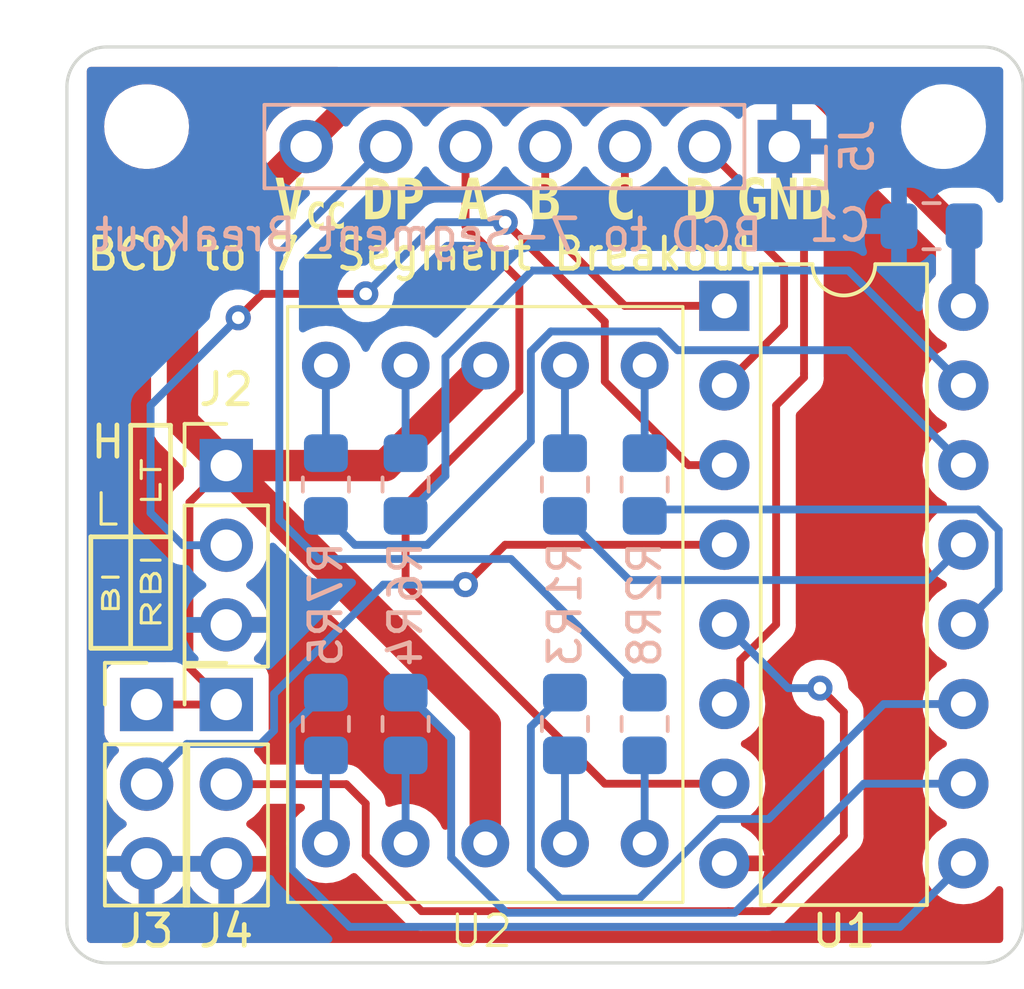
<source format=kicad_pcb>
(kicad_pcb (version 20221018) (generator pcbnew)
  (layers (0 "F.Cu" signal) (31 "B.Cu" signal) (34 "B.Paste" user) (35 "F.Paste" user) (36 "B.SilkS" user "B.Silkscreen") (37 "F.SilkS" user "F.Silkscreen") (38 "B.Mask" user) (39 "F.Mask" user) (44 "Edge.Cuts" user))
  (net 0 "")
  (net 1 "GND")
  (net 2 "Net-(J5-Pin_6)")
  (net 3 "Net-(U2-DP)")
  (net 4 "Net-(J5-Pin_4)")
  (net 5 "Net-(J5-Pin_3)")
  (net 6 "VCC")
  (net 7 "Net-(J2-Pin_2)")
  (net 8 "Net-(J3-Pin_2)")
  (net 9 "Net-(J4-Pin_2)")
  (net 10 "Net-(U1-a)")
  (net 11 "Net-(U2-A)")
  (net 12 "Net-(U1-b)")
  (net 13 "Net-(U2-B)")
  (net 14 "Net-(U1-c)")
  (net 15 "Net-(U2-C)")
  (net 16 "Net-(U1-d)")
  (net 17 "Net-(U2-D)")
  (net 18 "Net-(U1-e)")
  (net 19 "Net-(U2-E)")
  (net 20 "Net-(U1-f)")
  (net 21 "Net-(U2-F)")
  (net 22 "Net-(U1-g)")
  (net 23 "Net-(U2-G)")
  (net 24 "Net-(J5-Pin_2)")
  (net 25 "Net-(J5-Pin_5)")
  (footprint "Package_DIP:DIP-16_W7.62mm" (layer "F.Cu") (at 146.685 82.55)
    (fp_text reference "U1" (at 3.81 19.939) (layer "F.SilkS"))
    (fp_text value "74LS47")
    (fp_line (start 1.16 -1.33) (end 1.16 19.11) (stroke (width 0.12)) (layer "F.SilkS"))
    (fp_line (start 1.16 19.11) (end 6.46 19.11) (stroke (width 0.12)) (layer "F.SilkS"))
    (fp_line (start 2.81 -1.33) (end 1.16 -1.33) (stroke (width 0.12)) (layer "F.SilkS"))
    (fp_line (start 6.46 -1.33) (end 4.81 -1.33) (stroke (width 0.12)) (layer "F.SilkS"))
    (fp_line (start 6.46 19.11) (end 6.46 -1.33) (stroke (width 0.12)) (layer "F.SilkS"))
    (fp_arc (start 4.81 -1.33) (mid 3.81 -0.33) (end 2.81 -1.33) (stroke (width 0.12)) (layer "F.SilkS"))
    (pad "1" thru_hole rect (at 0 0) (size 1.6 1.6) (drill 0.8) (layers "*.Cu" "*.Mask") (net 4 "Net-(J5-Pin_4)"))
    (pad "2" thru_hole oval (at 0 2.54) (size 1.6 1.6) (drill 0.8) (layers "*.Cu" "*.Mask") (net 5 "Net-(J5-Pin_3)"))
    (pad "3" thru_hole oval (at 0 5.08) (size 1.6 1.6) (drill 0.8) (layers "*.Cu" "*.Mask") (net 7 "Net-(J2-Pin_2)"))
    (pad "4" thru_hole oval (at 0 7.62) (size 1.6 1.6) (drill 0.8) (layers "*.Cu" "*.Mask") (net 8 "Net-(J3-Pin_2)"))
    (pad "5" thru_hole oval (at 0 10.16) (size 1.6 1.6) (drill 0.8) (layers "*.Cu" "*.Mask") (net 9 "Net-(J4-Pin_2)"))
    (pad "6" thru_hole oval (at 0 12.7) (size 1.6 1.6) (drill 0.8) (layers "*.Cu" "*.Mask") (net 24 "Net-(J5-Pin_2)"))
    (pad "7" thru_hole oval (at 0 15.24) (size 1.6 1.6) (drill 0.8) (layers "*.Cu" "*.Mask") (net 25 "Net-(J5-Pin_5)"))
    (pad "8" thru_hole oval (at 0 17.78) (size 1.6 1.6) (drill 0.8) (layers "*.Cu" "*.Mask") (net 1 "GND"))
    (pad "9" thru_hole oval (at 7.62 17.78) (size 1.6 1.6) (drill 0.8) (layers "*.Cu" "*.Mask") (net 18 "Net-(U1-e)"))
    (pad "10" thru_hole oval (at 7.62 15.24) (size 1.6 1.6) (drill 0.8) (layers "*.Cu" "*.Mask") (net 16 "Net-(U1-d)"))
    (pad "11" thru_hole oval (at 7.62 12.7) (size 1.6 1.6) (drill 0.8) (layers "*.Cu" "*.Mask") (net 14 "Net-(U1-c)"))
    (pad "12" thru_hole oval (at 7.62 10.16) (size 1.6 1.6) (drill 0.8) (layers "*.Cu" "*.Mask") (net 12 "Net-(U1-b)"))
    (pad "13" thru_hole oval (at 7.62 7.62) (size 1.6 1.6) (drill 0.8) (layers "*.Cu" "*.Mask") (net 10 "Net-(U1-a)"))
    (pad "14" thru_hole oval (at 7.62 5.08) (size 1.6 1.6) (drill 0.8) (layers "*.Cu" "*.Mask") (net 22 "Net-(U1-g)"))
    (pad "15" thru_hole oval (at 7.62 2.54) (size 1.6 1.6) (drill 0.8) (layers "*.Cu" "*.Mask") (net 20 "Net-(U1-f)"))
    (pad "16" thru_hole oval (at 7.62 0) (size 1.6 1.6) (drill 0.8) (layers "*.Cu" "*.Mask") (net 6 "VCC"))
  )
  (footprint "MountingHole:MountingHole_2.2mm_M2" (layer "F.Cu") (at 153.67 76.835)
    (fp_text reference "H2" hide)
    (fp_text value "MountingHole" hide)
    (pad "" np_thru_hole circle (at 0 0) (size 2.2 2.2) (drill 2.2) (layers "*.Cu" "*.Mask"))
  )
  (footprint "MountingHole:MountingHole_2.2mm_M2" (layer "F.Cu") (at 128.27 76.835)
    (fp_text reference "H1" hide)
    (fp_text value "MountingHole" hide)
    (pad "" np_thru_hole circle (at 0 0) (size 2.2 2.2) (drill 2.2) (layers "*.Cu" "*.Mask"))
  )
  (footprint "Connector_PinHeader_2.54mm:PinHeader_1x03_P2.54mm_Vertical" (layer "F.Cu") (at 130.81 95.265)
    (fp_text reference "J4" (at 0 7.224) (layer "F.SilkS"))
    (fp_text value "Conn_01x03")
    (fp_line (start -1.33 -1.33) (end 0 -1.33) (stroke (width 0.12)) (layer "F.SilkS"))
    (fp_line (start -1.33 0) (end -1.33 -1.33) (stroke (width 0.12)) (layer "F.SilkS"))
    (fp_line (start -1.33 1.27) (end -1.33 6.41) (stroke (width 0.12)) (layer "F.SilkS"))
    (fp_line (start -1.33 1.27) (end 1.33 1.27) (stroke (width 0.12)) (layer "F.SilkS"))
    (fp_line (start -1.33 6.41) (end 1.33 6.41) (stroke (width 0.12)) (layer "F.SilkS"))
    (fp_line (start 1.33 1.27) (end 1.33 6.41) (stroke (width 0.12)) (layer "F.SilkS"))
    (pad "1" thru_hole rect (at 0 0) (size 1.7 1.7) (drill 1) (layers "*.Cu" "*.Mask") (net 6 "VCC"))
    (pad "2" thru_hole oval (at 0 2.54) (size 1.7 1.7) (drill 1) (layers "*.Cu" "*.Mask") (net 9 "Net-(J4-Pin_2)"))
    (pad "3" thru_hole oval (at 0 5.08) (size 1.7 1.7) (drill 1) (layers "*.Cu" "*.Mask") (net 1 "GND"))
  )
  (footprint "Connector_PinHeader_2.54mm:PinHeader_1x03_P2.54mm_Vertical" (layer "F.Cu") (at 128.27 95.265)
    (fp_text reference "J3" (at 0 7.224) (layer "F.SilkS"))
    (fp_text value "Conn_01x03")
    (fp_line (start -1.33 -1.33) (end 0 -1.33) (stroke (width 0.12)) (layer "F.SilkS"))
    (fp_line (start -1.33 0) (end -1.33 -1.33) (stroke (width 0.12)) (layer "F.SilkS"))
    (fp_line (start -1.33 1.27) (end -1.33 6.41) (stroke (width 0.12)) (layer "F.SilkS"))
    (fp_line (start -1.33 1.27) (end 1.33 1.27) (stroke (width 0.12)) (layer "F.SilkS"))
    (fp_line (start -1.33 6.41) (end 1.33 6.41) (stroke (width 0.12)) (layer "F.SilkS"))
    (fp_line (start 1.33 1.27) (end 1.33 6.41) (stroke (width 0.12)) (layer "F.SilkS"))
    (pad "1" thru_hole rect (at 0 0) (size 1.7 1.7) (drill 1) (layers "*.Cu" "*.Mask") (net 6 "VCC"))
    (pad "2" thru_hole oval (at 0 2.54) (size 1.7 1.7) (drill 1) (layers "*.Cu" "*.Mask") (net 8 "Net-(J3-Pin_2)"))
    (pad "3" thru_hole oval (at 0 5.08) (size 1.7 1.7) (drill 1) (layers "*.Cu" "*.Mask") (net 1 "GND"))
  )
  (footprint "Library:5161BH_CA_LED_7-Segment_Display" (layer "F.Cu") (at 139.065 92.075)
    (fp_text reference "U2" (at -0.127 10.414 unlocked) (layer "F.SilkS") (effects (font (thickness 0.1))))
    (fp_text value "5161BH")
    (fp_rect (start -6.3 -9.5) (end 6.3 9.5) (stroke (width 0.1)) (fill none) (layer "F.SilkS"))
    (pad "1" thru_hole circle (at -5.08 7.62) (size 1.524 1.524) (drill 0.762) (layers "*.Cu" "*.Mask") (net 19 "Net-(U2-E)"))
    (pad "2" thru_hole circle (at -2.54 7.62) (size 1.524 1.524) (drill 0.762) (layers "*.Cu" "*.Mask") (net 17 "Net-(U2-D)"))
    (pad "3" thru_hole circle (at 0 7.62) (size 1.524 1.524) (drill 0.762) (layers "*.Cu" "*.Mask") (net 6 "VCC"))
    (pad "4" thru_hole circle (at 2.54 7.62) (size 1.524 1.524) (drill 0.762) (layers "*.Cu" "*.Mask") (net 15 "Net-(U2-C)"))
    (pad "5" thru_hole circle (at 5.08 7.62) (size 1.524 1.524) (drill 0.762) (layers "*.Cu" "*.Mask") (net 3 "Net-(U2-DP)"))
    (pad "6" thru_hole circle (at 5.08 -7.62) (size 1.524 1.524) (drill 0.762) (layers "*.Cu" "*.Mask") (net 13 "Net-(U2-B)"))
    (pad "7" thru_hole circle (at 2.54 -7.62) (size 1.524 1.524) (drill 0.762) (layers "*.Cu" "*.Mask") (net 11 "Net-(U2-A)"))
    (pad "8" thru_hole circle (at 0 -7.62) (size 1.524 1.524) (drill 0.762) (layers "*.Cu" "*.Mask") (net 6 "VCC"))
    (pad "9" thru_hole circle (at -2.54 -7.62) (size 1.524 1.524) (drill 0.762) (layers "*.Cu" "*.Mask") (net 21 "Net-(U2-F)"))
    (pad "10" thru_hole circle (at -5.08 -7.62) (size 1.524 1.524) (drill 0.762) (layers "*.Cu" "*.Mask") (net 23 "Net-(U2-G)"))
  )
  (footprint "Connector_PinHeader_2.54mm:PinHeader_1x03_P2.54mm_Vertical" (layer "F.Cu") (at 130.81 87.645)
    (fp_text reference "J2" (at 0 -2.428) (layer "F.SilkS"))
    (fp_text value "Conn_01x03")
    (fp_line (start -1.33 -1.33) (end 0 -1.33) (stroke (width 0.12)) (layer "F.SilkS"))
    (fp_line (start -1.33 0) (end -1.33 -1.33) (stroke (width 0.12)) (layer "F.SilkS"))
    (fp_line (start -1.33 1.27) (end -1.33 6.41) (stroke (width 0.12)) (layer "F.SilkS"))
    (fp_line (start -1.33 1.27) (end 1.33 1.27) (stroke (width 0.12)) (layer "F.SilkS"))
    (fp_line (start -1.33 6.41) (end 1.33 6.41) (stroke (width 0.12)) (layer "F.SilkS"))
    (fp_line (start 1.33 1.27) (end 1.33 6.41) (stroke (width 0.12)) (layer "F.SilkS"))
    (pad "1" thru_hole rect (at 0 0) (size 1.7 1.7) (drill 1) (layers "*.Cu" "*.Mask") (net 6 "VCC"))
    (pad "2" thru_hole oval (at 0 2.54) (size 1.7 1.7) (drill 1) (layers "*.Cu" "*.Mask") (net 7 "Net-(J2-Pin_2)"))
    (pad "3" thru_hole oval (at 0 5.08) (size 1.7 1.7) (drill 1) (layers "*.Cu" "*.Mask") (net 1 "GND"))
  )
  (footprint "Connector_PinHeader_2.54mm:PinHeader_1x07_P2.54mm_Vertical" (layer "B.Cu") (at 148.595 77.47 90)
    (fp_text reference "J5" (at 0 2.33 90) (layer "B.SilkS") (effects (justify mirror)))
    (fp_text value "Conn_01x07")
    (fp_line (start -1.33 -16.57) (end 1.33 -16.57) (stroke (width 0.12)) (layer "B.SilkS"))
    (fp_line (start -1.33 -1.27) (end -1.33 -16.57) (stroke (width 0.12)) (layer "B.SilkS"))
    (fp_line (start -1.33 -1.27) (end 1.33 -1.27) (stroke (width 0.12)) (layer "B.SilkS"))
    (fp_line (start -1.33 0) (end -1.33 1.33) (stroke (width 0.12)) (layer "B.SilkS"))
    (fp_line (start -1.33 1.33) (end 0 1.33) (stroke (width 0.12)) (layer "B.SilkS"))
    (fp_line (start 1.33 -1.27) (end 1.33 -16.57) (stroke (width 0.12)) (layer "B.SilkS"))
    (pad "1" thru_hole rect (at 0 0 90) (size 1.7 1.7) (drill 1) (layers "*.Cu" "*.Mask") (net 1 "GND"))
    (pad "2" thru_hole oval (at 0 -2.54 90) (size 1.7 1.7) (drill 1) (layers "*.Cu" "*.Mask") (net 24 "Net-(J5-Pin_2)"))
    (pad "3" thru_hole oval (at 0 -5.08 90) (size 1.7 1.7) (drill 1) (layers "*.Cu" "*.Mask") (net 5 "Net-(J5-Pin_3)"))
    (pad "4" thru_hole oval (at 0 -7.62 90) (size 1.7 1.7) (drill 1) (layers "*.Cu" "*.Mask") (net 4 "Net-(J5-Pin_4)"))
    (pad "5" thru_hole oval (at 0 -10.16 90) (size 1.7 1.7) (drill 1) (layers "*.Cu" "*.Mask") (net 25 "Net-(J5-Pin_5)"))
    (pad "6" thru_hole oval (at 0 -12.7 90) (size 1.7 1.7) (drill 1) (layers "*.Cu" "*.Mask") (net 2 "Net-(J5-Pin_6)"))
    (pad "7" thru_hole oval (at 0 -15.24 90) (size 1.7 1.7) (drill 1) (layers "*.Cu" "*.Mask") (net 6 "VCC"))
  )
  (footprint "Resistor_SMD:R_0805_2012Metric_Pad1.20x1.40mm_HandSolder" (layer "B.Cu") (at 144.145 95.885 -90)
    (fp_text reference "R8" (at -2.794 0 90) (layer "B.SilkS") (effects (justify mirror)))
    (fp_text value "470")
    (fp_line (start -0.227064 -0.735) (end 0.227064 -0.735) (stroke (width 0.12)) (layer "B.SilkS"))
    (fp_line (start -0.227064 0.735) (end 0.227064 0.735) (stroke (width 0.12)) (layer "B.SilkS"))
    (pad "1" smd roundrect (at -1 0 270) (size 1.2 1.4) (layers "B.Cu" "B.Paste" "B.Mask") (roundrect_rratio 0.2083333333) (net 2 "Net-(J5-Pin_6)"))
    (pad "2" smd roundrect (at 1 0 270) (size 1.2 1.4) (layers "B.Cu" "B.Paste" "B.Mask") (roundrect_rratio 0.2083333333) (net 3 "Net-(U2-DP)"))
  )
  (footprint "Resistor_SMD:R_0805_2012Metric_Pad1.20x1.40mm_HandSolder" (layer "B.Cu") (at 136.525 95.885 -90)
    (fp_text reference "R4" (at -2.81 0 90) (layer "B.SilkS") (effects (justify mirror)))
    (fp_text value "470")
    (fp_line (start -0.227064 -0.735) (end 0.227064 -0.735) (stroke (width 0.12)) (layer "B.SilkS"))
    (fp_line (start -0.227064 0.735) (end 0.227064 0.735) (stroke (width 0.12)) (layer "B.SilkS"))
    (pad "1" smd roundrect (at -1 0 270) (size 1.2 1.4) (layers "B.Cu" "B.Paste" "B.Mask") (roundrect_rratio 0.2083333333) (net 16 "Net-(U1-d)"))
    (pad "2" smd roundrect (at 1 0 270) (size 1.2 1.4) (layers "B.Cu" "B.Paste" "B.Mask") (roundrect_rratio 0.2083333333) (net 17 "Net-(U2-D)"))
  )
  (footprint "Capacitor_SMD:C_0805_2012Metric_Pad1.18x1.45mm_HandSolder" (layer "B.Cu") (at 153.289 80.01 180)
    (fp_text reference "C1" (at 2.921 0.0254) (layer "B.SilkS") (effects (justify mirror)))
    (fp_text value "100n")
    (fp_line (start -0.261252 -0.735) (end 0.261252 -0.735) (stroke (width 0.12)) (layer "B.SilkS"))
    (fp_line (start -0.261252 0.735) (end 0.261252 0.735) (stroke (width 0.12)) (layer "B.SilkS"))
    (pad "1" smd roundrect (at -1.0375 0 180) (size 1.175 1.45) (layers "B.Cu" "B.Paste" "B.Mask") (roundrect_rratio 0.2127659574) (net 6 "VCC"))
    (pad "2" smd roundrect (at 1.0375 0 180) (size 1.175 1.45) (layers "B.Cu" "B.Paste" "B.Mask") (roundrect_rratio 0.2127659574) (net 1 "GND"))
  )
  (footprint "Resistor_SMD:R_0805_2012Metric_Pad1.20x1.40mm_HandSolder" (layer "B.Cu") (at 136.525 88.249 90)
    (fp_text reference "R6" (at -2.81 0 90) (layer "B.SilkS") (effects (justify mirror)))
    (fp_text value "470")
    (fp_line (start -0.227064 -0.735) (end 0.227064 -0.735) (stroke (width 0.12)) (layer "B.SilkS"))
    (fp_line (start -0.227064 0.735) (end 0.227064 0.735) (stroke (width 0.12)) (layer "B.SilkS"))
    (pad "1" smd roundrect (at -1 0 90) (size 1.2 1.4) (layers "B.Cu" "B.Paste" "B.Mask") (roundrect_rratio 0.2083333333) (net 20 "Net-(U1-f)"))
    (pad "2" smd roundrect (at 1 0 90) (size 1.2 1.4) (layers "B.Cu" "B.Paste" "B.Mask") (roundrect_rratio 0.2083333333) (net 21 "Net-(U2-F)"))
  )
  (footprint "Resistor_SMD:R_0805_2012Metric_Pad1.20x1.40mm_HandSolder" (layer "B.Cu") (at 141.605 88.249 90)
    (fp_text reference "R1" (at -2.81 0 90) (layer "B.SilkS") (effects (justify mirror)))
    (fp_text value "470")
    (fp_line (start -0.227064 -0.735) (end 0.227064 -0.735) (stroke (width 0.12)) (layer "B.SilkS"))
    (fp_line (start -0.227064 0.735) (end 0.227064 0.735) (stroke (width 0.12)) (layer "B.SilkS"))
    (pad "1" smd roundrect (at -1 0 90) (size 1.2 1.4) (layers "B.Cu" "B.Paste" "B.Mask") (roundrect_rratio 0.2083333333) (net 10 "Net-(U1-a)"))
    (pad "2" smd roundrect (at 1 0 90) (size 1.2 1.4) (layers "B.Cu" "B.Paste" "B.Mask") (roundrect_rratio 0.2083333333) (net 11 "Net-(U2-A)"))
  )
  (footprint "Resistor_SMD:R_0805_2012Metric_Pad1.20x1.40mm_HandSolder" (layer "B.Cu") (at 141.605 95.885 -90)
    (fp_text reference "R3" (at -2.81 0 90) (layer "B.SilkS") (effects (justify mirror)))
    (fp_text value "470")
    (fp_line (start -0.227064 -0.735) (end 0.227064 -0.735) (stroke (width 0.12)) (layer "B.SilkS"))
    (fp_line (start -0.227064 0.735) (end 0.227064 0.735) (stroke (width 0.12)) (layer "B.SilkS"))
    (pad "1" smd roundrect (at -1 0 270) (size 1.2 1.4) (layers "B.Cu" "B.Paste" "B.Mask") (roundrect_rratio 0.2083333333) (net 14 "Net-(U1-c)"))
    (pad "2" smd roundrect (at 1 0 270) (size 1.2 1.4) (layers "B.Cu" "B.Paste" "B.Mask") (roundrect_rratio 0.2083333333) (net 15 "Net-(U2-C)"))
  )
  (footprint "Resistor_SMD:R_0805_2012Metric_Pad1.20x1.40mm_HandSolder" (layer "B.Cu") (at 133.985 95.885 -90)
    (fp_text reference "R5" (at -2.81 0 90) (layer "B.SilkS") (effects (justify mirror)))
    (fp_text value "470")
    (fp_line (start -0.227064 -0.735) (end 0.227064 -0.735) (stroke (width 0.12)) (layer "B.SilkS"))
    (fp_line (start -0.227064 0.735) (end 0.227064 0.735) (stroke (width 0.12)) (layer "B.SilkS"))
    (pad "1" smd roundrect (at -1 0 270) (size 1.2 1.4) (layers "B.Cu" "B.Paste" "B.Mask") (roundrect_rratio 0.2083333333) (net 18 "Net-(U1-e)"))
    (pad "2" smd roundrect (at 1 0 270) (size 1.2 1.4) (layers "B.Cu" "B.Paste" "B.Mask") (roundrect_rratio 0.2083333333) (net 19 "Net-(U2-E)"))
  )
  (footprint "Resistor_SMD:R_0805_2012Metric_Pad1.20x1.40mm_HandSolder" (layer "B.Cu") (at 133.985 88.249 90)
    (fp_text reference "R7" (at -2.81 0 90) (layer "B.SilkS") (effects (justify mirror)))
    (fp_text value "470")
    (fp_line (start -0.227064 -0.735) (end 0.227064 -0.735) (stroke (width 0.12)) (layer "B.SilkS"))
    (fp_line (start -0.227064 0.735) (end 0.227064 0.735) (stroke (width 0.12)) (layer "B.SilkS"))
    (pad "1" smd roundrect (at -1 0 90) (size 1.2 1.4) (layers "B.Cu" "B.Paste" "B.Mask") (roundrect_rratio 0.2083333333) (net 22 "Net-(U1-g)"))
    (pad "2" smd roundrect (at 1 0 90) (size 1.2 1.4) (layers "B.Cu" "B.Paste" "B.Mask") (roundrect_rratio 0.2083333333) (net 23 "Net-(U2-G)"))
  )
  (footprint "Resistor_SMD:R_0805_2012Metric_Pad1.20x1.40mm_HandSolder" (layer "B.Cu") (at 144.145 88.249 90)
    (fp_text reference "R2" (at -2.81 0 90) (layer "B.SilkS") (effects (justify mirror)))
    (fp_text value "470")
    (fp_line (start -0.227064 -0.735) (end 0.227064 -0.735) (stroke (width 0.12)) (layer "B.SilkS"))
    (fp_line (start -0.227064 0.735) (end 0.227064 0.735) (stroke (width 0.12)) (layer "B.SilkS"))
    (pad "1" smd roundrect (at -1 0 90) (size 1.2 1.4) (layers "B.Cu" "B.Paste" "B.Mask") (roundrect_rratio 0.2083333333) (net 12 "Net-(U1-b)"))
    (pad "2" smd roundrect (at 1 0 90) (size 1.2 1.4) (layers "B.Cu" "B.Paste" "B.Mask") (roundrect_rratio 0.2083333333) (net 13 "Net-(U2-B)"))
  )
  (gr_line (start 127.762 93.472) (end 127.762 86.36) (stroke (width 0.15)) (layer "F.SilkS"))
  (gr_line (start 126.492 89.916) (end 126.492 93.472) (stroke (width 0.15)) (layer "F.SilkS"))
  (gr_line (start 126.492 93.472) (end 129.032 93.472) (stroke (width 0.15)) (layer "F.SilkS"))
  (gr_line (start 129.032 89.916) (end 126.492 89.916) (stroke (width 0.15)) (layer "F.SilkS"))
  (gr_line (start 127.762 86.36) (end 129.032 86.36) (stroke (width 0.15)) (layer "F.SilkS"))
  (gr_line (start 129.032 86.36) (end 129.032 93.472) (stroke (width 0.15)) (layer "F.SilkS"))
  (gr_arc (start 154.94 74.295) (mid 155.838026 74.666974) (end 156.21 75.565) (stroke (width 0.1)) (layer "Edge.Cuts"))
  (gr_line (start 125.73 75.565) (end 125.73 102.235) (stroke (width 0.1)) (layer "Edge.Cuts"))
  (gr_line (start 127 103.505) (end 154.94 103.505) (stroke (width 0.1)) (layer "Edge.Cuts"))
  (gr_line (start 156.21 102.235) (end 156.21 75.565) (stroke (width 0.1)) (layer "Edge.Cuts"))
  (gr_arc (start 156.21 102.235) (mid 155.838026 103.133026) (end 154.94 103.505) (stroke (width 0.1)) (layer "Edge.Cuts"))
  (gr_line (start 154.94 74.295) (end 127 74.295) (stroke (width 0.1)) (layer "Edge.Cuts"))
  (gr_arc (start 127 103.505) (mid 126.101974 103.133026) (end 125.73 102.235) (stroke (width 0.1)) (layer "Edge.Cuts"))
  (gr_arc (start 125.73 75.565) (mid 126.101974 74.666974) (end 127 74.295) (stroke (width 0.1)) (layer "Edge.Cuts"))
  (gr_text "BCD to 7-Segment Breakout" (at 147.9804 80.8736) (layer "B.SilkS") (effects (font (size 1 0.97)) (justify left bottom mirror)))
  (gr_text "BCD to 7-Segment Breakout" (at 126.2888 81.4832) (layer "F.SilkS") (effects (font (size 1 0.97)) (justify left bottom)))
  (gr_text "RBI" (at 128.778 92.964 90) (layer "F.SilkS") (effects (font (size 0.6 1) (thickness 0.1)) (justify left bottom)))
  (gr_text "D" (at 145.415 80.01) (layer "F.SilkS") (effects (font (size 1.3 1.2) (thickness 0.25) bold) (justify left bottom)))
  (gr_text "A" (at 138.176 80.01) (layer "F.SilkS") (effects (font (size 1.3 1.2) (thickness 0.25) bold) (justify left bottom)))
  (gr_text "V_{CC}" (at 132.334 80.01) (layer "F.SilkS") (effects (font (size 1.3 1.2) (thickness 0.25) bold) (justify left bottom)))
  (gr_text "H" (at 126.4158 87.4776) (layer "F.SilkS") (effects (font (size 1 1)) (justify left bottom)))
  (gr_text "L" (at 126.5174 89.6366) (layer "F.SilkS") (effects (font (size 1 1) (thickness 0.1)) (justify left bottom)))
  (gr_text "LT" (at 128.778 89.027 90) (layer "F.SilkS") (effects (font (size 0.6 1) (thickness 0.1)) (justify left bottom)))
  (gr_text "BI" (at 127.4318 92.5068 90) (layer "F.SilkS") (effects (font (size 0.5 1) (thickness 0.1) bold) (justify left bottom)))
  (gr_text "GND" (at 147.066 80.01) (layer "F.SilkS") (effects (font (size 1.3 1.2) (thickness 0.25) bold) (justify left bottom)))
  (gr_text "B" (at 140.462 80.01) (layer "F.SilkS") (effects (font (size 1.3 1.2) (thickness 0.25) bold) (justify left bottom)))
  (gr_text "DP" (at 135.128 80.01) (layer "F.SilkS") (effects (font (size 1.3 1.2) (thickness 0.25) bold) (justify left bottom)))
  (gr_text "C" (at 142.875 80.01) (layer "F.SilkS") (effects (font (size 1.3 1.2) (thickness 0.25) bold) (justify left bottom)))
  (segment (start 132.5 89.377173) (end 133.746827 90.624) (width 0.25) (layer "B.Cu") (net 2))
  (segment (start 133.746827 90.624) (end 139.884 90.624) (width 0.25) (layer "B.Cu") (net 2))
  (segment (start 132.5 80.865) (end 132.5 89.377173) (width 0.25) (layer "B.Cu") (net 2))
  (segment (start 144.145 94.885) (end 139.884 90.624) (width 0.25) (layer "B.Cu") (net 2))
  (segment (start 135.895 77.47) (end 132.5 80.865) (width 0.25) (layer "B.Cu") (net 2))
  (segment (start 144.145 96.885) (end 144.145 99.695) (width 0.25) (layer "B.Cu") (net 3))
  (segment (start 143.51 82.55) (end 140.975 80.015) (width 0.25) (layer "F.Cu") (net 4))
  (segment (start 143.51 82.55) (end 146.685 82.55) (width 0.25) (layer "F.Cu") (net 4))
  (segment (start 140.975 80.015) (end 140.975 77.47) (width 0.25) (layer "F.Cu") (net 4))
  (segment (start 148.59 81.28) (end 148.59 83.185) (width 0.25) (layer "F.Cu") (net 5))
  (segment (start 143.515 79.38) (end 143.515 77.47) (width 0.25) (layer "F.Cu") (net 5))
  (segment (start 144.78 80.645) (end 147.955 80.645) (width 0.25) (layer "F.Cu") (net 5))
  (segment (start 148.59 83.185) (end 146.685 85.09) (width 0.25) (layer "F.Cu") (net 5))
  (segment (start 147.955 80.645) (end 148.59 81.28) (width 0.25) (layer "F.Cu") (net 5))
  (segment (start 144.78 80.645) (end 143.515 79.38) (width 0.25) (layer "F.Cu") (net 5))
  (segment (start 129.413 81.412) (end 129.413 86.248) (width 1) (layer "F.Cu") (net 6))
  (segment (start 133.355 77.47) (end 129.413 81.412) (width 1) (layer "F.Cu") (net 6))
  (segment (start 139.065 95.9) (end 139.065 99.695) (width 1) (layer "F.Cu") (net 6))
  (segment (start 135.875 87.645) (end 130.81 87.645) (width 1) (layer "F.Cu") (net 6))
  (segment (start 135.387 75.438) (end 133.355 77.47) (width 0.75) (layer "F.Cu") (net 6))
  (segment (start 154.305 82.55) (end 154.305 80.33) (width 0.75) (layer "F.Cu") (net 6))
  (segment (start 154.305 80.33) (end 149.413 75.438) (width 0.75) (layer "F.Cu") (net 6))
  (segment (start 149.413 75.438) (end 135.387 75.438) (width 0.75) (layer "F.Cu") (net 6))
  (segment (start 129.635 88.82) (end 130.81 87.645) (width 0.25) (layer "F.Cu") (net 6))
  (segment (start 139.065 84.455) (end 135.875 87.645) (width 1) (layer "F.Cu") (net 6))
  (segment (start 129.635 94.09) (end 129.635 88.82) (width 0.25) (layer "F.Cu") (net 6))
  (segment (start 130.81 95.265) (end 129.635 94.09) (width 0.25) (layer "F.Cu") (net 6))
  (segment (start 130.81 95.265) (end 128.27 95.265) (width 0.25) (layer "F.Cu") (net 6))
  (segment (start 130.81 87.645) (end 139.065 95.9) (width 1) (layer "F.Cu") (net 6))
  (segment (start 129.413 86.248) (end 130.81 87.645) (width 1) (layer "F.Cu") (net 6))
  (segment (start 154.305 82.55) (end 154.305 80.0315) (width 0.75) (layer "B.Cu") (net 6))
  (segment (start 154.305 80.0315) (end 154.3265 80.01) (width 0.75) (layer "B.Cu") (net 6))
  (segment (start 135.255 82.169) (end 131.953 82.169) (width 0.25) (layer "F.Cu") (net 7))
  (segment (start 146.685 87.63) (end 145.542 87.63) (width 0.25) (layer "F.Cu") (net 7))
  (segment (start 145.542 87.63) (end 142.875 84.963) (width 0.25) (layer "F.Cu") (net 7))
  (segment (start 142.875 84.963) (end 142.875 83.058) (width 0.25) (layer "F.Cu") (net 7))
  (segment (start 142.875 83.058) (end 139.7 79.883) (width 0.25) (layer "F.Cu") (net 7))
  (segment (start 131.953 82.169) (end 131.191 82.931) (width 0.25) (layer "F.Cu") (net 7))
  (via (at 135.255 82.169) (size 0.8) (drill 0.4) (layers "F.Cu" "B.Cu") (net 7))
  (via (at 139.7 79.883) (size 0.8) (drill 0.4) (layers "F.Cu" "B.Cu") (net 7))
  (via (at 131.191 82.931) (size 0.8) (drill 0.4) (layers "F.Cu" "B.Cu") (net 7))
  (segment (start 129.428 90.185) (end 130.81 90.185) (width 0.25) (layer "B.Cu") (net 7))
  (segment (start 139.7 79.883) (end 137.541 79.883) (width 0.25) (layer "B.Cu") (net 7))
  (segment (start 137.541 79.883) (end 135.255 82.169) (width 0.25) (layer "B.Cu") (net 7))
  (segment (start 131.191 82.931) (end 128.397 85.725) (width 0.25) (layer "B.Cu") (net 7))
  (segment (start 128.397 89.154) (end 129.428 90.185) (width 0.25) (layer "B.Cu") (net 7))
  (segment (start 128.397 85.725) (end 128.397 89.154) (width 0.25) (layer "B.Cu") (net 7))
  (segment (start 138.43 91.44) (end 139.7 90.17) (width 0.25) (layer "F.Cu") (net 8))
  (segment (start 139.7 90.17) (end 146.685 90.17) (width 0.25) (layer "F.Cu") (net 8))
  (via (at 138.43 91.44) (size 0.8) (drill 0.4) (layers "F.Cu" "B.Cu") (net 8))
  (segment (start 131.905 96.52) (end 132.334 96.091) (width 0.25) (layer "B.Cu") (net 8))
  (segment (start 135.816827 91.44) (end 138.43 91.44) (width 0.25) (layer "B.Cu") (net 8))
  (segment (start 128.27 97.805) (end 129.555 96.52) (width 0.25) (layer "B.Cu") (net 8))
  (segment (start 132.334 94.922827) (end 135.816827 91.44) (width 0.25) (layer "B.Cu") (net 8))
  (segment (start 132.334 96.091) (end 132.334 94.922827) (width 0.25) (layer "B.Cu") (net 8))
  (segment (start 129.555 96.52) (end 131.905 96.52) (width 0.25) (layer "B.Cu") (net 8))
  (segment (start 148.082 101.854) (end 150.495 99.441) (width 0.25) (layer "F.Cu") (net 9))
  (segment (start 146.812 101.854) (end 147.574 101.854) (width 0.25) (layer "F.Cu") (net 9))
  (segment (start 137.033 101.854) (end 146.812 101.854) (width 0.25) (layer "F.Cu") (net 9))
  (segment (start 150.495 99.441) (end 150.495 95.504) (width 0.25) (layer "F.Cu") (net 9))
  (segment (start 150.495 95.504) (end 149.733 94.742) (width 0.25) (layer "F.Cu") (net 9))
  (segment (start 134.635 97.805) (end 135.128 98.298) (width 0.25) (layer "F.Cu") (net 9))
  (segment (start 135.255 100.076) (end 137.033 101.854) (width 0.25) (layer "F.Cu") (net 9))
  (segment (start 130.81 97.805) (end 130.81 98.057251) (width 0.25) (layer "F.Cu") (net 9))
  (segment (start 135.128 98.298) (end 135.255 98.425) (width 0.25) (layer "F.Cu") (net 9))
  (segment (start 130.81 97.805) (end 134.635 97.805) (width 0.25) (layer "F.Cu") (net 9))
  (segment (start 147.574 101.854) (end 148.082 101.854) (width 0.25) (layer "F.Cu") (net 9))
  (segment (start 135.255 98.425) (end 135.255 100.076) (width 0.25) (layer "F.Cu") (net 9))
  (via (at 149.733 94.742) (size 0.8) (drill 0.4) (layers "F.Cu" "B.Cu") (net 9))
  (segment (start 149.733 94.742) (end 148.717 94.742) (width 0.25) (layer "B.Cu") (net 9))
  (segment (start 148.717 94.742) (end 146.685 92.71) (width 0.25) (layer "B.Cu") (net 9))
  (segment (start 153.18 91.295) (end 154.305 90.17) (width 0.25) (layer "B.Cu") (net 10))
  (segment (start 141.605 89.249) (end 143.651 91.295) (width 0.25) (layer "B.Cu") (net 10))
  (segment (start 143.651 91.295) (end 153.18 91.295) (width 0.25) (layer "B.Cu") (net 10))
  (segment (start 141.605 86.9) (end 141.605 84.455) (width 0.25) (layer "B.Cu") (net 11))
  (segment (start 144.145 89.249) (end 144.349 89.045) (width 0.25) (layer "B.Cu") (net 12))
  (segment (start 155.43 91.585) (end 154.305 92.71) (width 0.25) (layer "B.Cu") (net 12))
  (segment (start 155.43 89.704009) (end 155.43 91.585) (width 0.25) (layer "B.Cu") (net 12))
  (segment (start 154.770991 89.045) (end 155.43 89.704009) (width 0.25) (layer "B.Cu") (net 12))
  (segment (start 144.349 89.045) (end 154.770991 89.045) (width 0.25) (layer "B.Cu") (net 12))
  (segment (start 144.145 86.9) (end 144.145 84.455) (width 0.25) (layer "B.Cu") (net 13))
  (segment (start 141.605 94.885) (end 140.518 95.972) (width 0.25) (layer "B.Cu") (net 14))
  (segment (start 148.1 98.915) (end 151.765 95.25) (width 0.25) (layer "B.Cu") (net 14))
  (segment (start 140.518 100.513) (end 141.46 101.455) (width 0.25) (layer "B.Cu") (net 14))
  (segment (start 141.46 101.455) (end 143.969009 101.455) (width 0.25) (layer "B.Cu") (net 14))
  (segment (start 146.509009 98.915) (end 148.1 98.915) (width 0.25) (layer "B.Cu") (net 14))
  (segment (start 143.969009 101.455) (end 146.509009 98.915) (width 0.25) (layer "B.Cu") (net 14))
  (segment (start 151.765 95.25) (end 154.305 95.25) (width 0.25) (layer "B.Cu") (net 14))
  (segment (start 140.518 95.972) (end 140.518 100.513) (width 0.25) (layer "B.Cu") (net 14))
  (segment (start 141.605 96.885) (end 141.605 99.695) (width 0.25) (layer "B.Cu") (net 15))
  (segment (start 137.978 100.145251) (end 139.737749 101.905) (width 0.25) (layer "B.Cu") (net 16))
  (segment (start 136.525 94.885) (end 137.978 96.338) (width 0.25) (layer "B.Cu") (net 16))
  (segment (start 151.13 97.79) (end 154.305 97.79) (width 0.25) (layer "B.Cu") (net 16))
  (segment (start 139.737749 101.905) (end 147.015 101.905) (width 0.25) (layer "B.Cu") (net 16))
  (segment (start 147.015 101.905) (end 151.13 97.79) (width 0.25) (layer "B.Cu") (net 16))
  (segment (start 137.978 96.338) (end 137.978 100.145251) (width 0.25) (layer "B.Cu") (net 16))
  (segment (start 136.525 96.885) (end 136.525 99.695) (width 0.25) (layer "B.Cu") (net 17))
  (segment (start 132.898 100.513) (end 134.74 102.355) (width 0.25) (layer "B.Cu") (net 18))
  (segment (start 152.28 102.355) (end 154.305 100.33) (width 0.25) (layer "B.Cu") (net 18))
  (segment (start 134.74 102.355) (end 152.28 102.355) (width 0.25) (layer "B.Cu") (net 18))
  (segment (start 133.985 94.885) (end 132.898 95.972) (width 0.25) (layer "B.Cu") (net 18))
  (segment (start 132.898 95.972) (end 132.898 100.513) (width 0.25) (layer "B.Cu") (net 18))
  (segment (start 133.985 96.885) (end 133.985 99.695) (width 0.25) (layer "B.Cu") (net 19))
  (segment (start 150.64 81.425) (end 140.557749 81.425) (width 0.25) (layer "B.Cu") (net 20))
  (segment (start 140.557749 81.425) (end 137.795 84.187749) (width 0.25) (layer "B.Cu") (net 20))
  (segment (start 154.305 85.09) (end 150.64 81.425) (width 0.25) (layer "B.Cu") (net 20))
  (segment (start 137.795 84.187749) (end 137.795 87.979) (width 0.25) (layer "B.Cu") (net 20))
  (segment (start 137.795 87.979) (end 136.525 89.249) (width 0.25) (layer "B.Cu") (net 20))
  (segment (start 136.525 86.9) (end 136.525 84.455) (width 0.25) (layer "B.Cu") (net 21))
  (segment (start 145.192251 83.965) (end 150.64 83.965) (width 0.25) (layer "B.Cu") (net 22))
  (segment (start 140.518 84.004749) (end 141.154749 83.368) (width 0.25) (layer "B.Cu") (net 22))
  (segment (start 144.595251 83.368) (end 145.192251 83.965) (width 0.25) (layer "B.Cu") (net 22))
  (segment (start 140.518 86.869173) (end 140.518 84.004749) (width 0.25) (layer "B.Cu") (net 22))
  (segment (start 141.154749 83.368) (end 144.595251 83.368) (width 0.25) (layer "B.Cu") (net 22))
  (segment (start 137.213173 90.174) (end 140.518 86.869173) (width 0.25) (layer "B.Cu") (net 22))
  (segment (start 150.64 83.965) (end 154.305 87.63) (width 0.25) (layer "B.Cu") (net 22))
  (segment (start 134.91 90.174) (end 137.213173 90.174) (width 0.25) (layer "B.Cu") (net 22))
  (segment (start 133.985 89.249) (end 134.91 90.174) (width 0.25) (layer "B.Cu") (net 22))
  (segment (start 133.985 86.9) (end 133.985 84.455) (width 0.25) (layer "B.Cu") (net 23))
  (segment (start 148.59 80.005) (end 146.055 77.47) (width 0.25) (layer "F.Cu") (net 24))
  (segment (start 148.59 80.01) (end 148.59 80.005) (width 0.25) (layer "F.Cu") (net 24))
  (segment (start 148.336 92.71) (end 148.336 85.725) (width 0.25) (layer "F.Cu") (net 24))
  (segment (start 148.336 85.725) (end 149.225 84.836) (width 0.25) (layer "F.Cu") (net 24))
  (segment (start 146.685 95.25) (end 147.193 94.742) (width 0.25) (layer "F.Cu") (net 24))
  (segment (start 149.225 80.645) (end 149.225 84.709) (width 0.25) (layer "F.Cu") (net 24))
  (segment (start 149.225 84.836) (end 149.225 84.709) (width 0.25) (layer "F.Cu") (net 24))
  (segment (start 147.193 94.742) (end 147.193 93.853) (width 0.25) (layer "F.Cu") (net 24))
  (segment (start 148.59 80.01) (end 149.225 80.645) (width 0.25) (layer "F.Cu") (net 24))
  (segment (start 147.193 93.853) (end 148.336 92.71) (width 0.25) (layer "F.Cu") (net 24))
  (segment (start 136.525 88.9) (end 136.525 91.44) (width 0.25) (layer "F.Cu") (net 25))
  (segment (start 138.43 77.47) (end 138.697251 77.47) (width 0.25) (layer "F.Cu") (net 25))
  (segment (start 140.152 81.732) (end 138.435 80.015) (width 0.25) (layer "F.Cu") (net 25))
  (segment (start 138.435 80.015) (end 138.435 77.47) (width 0.25) (layer "F.Cu") (net 25))
  (segment (start 136.525 91.44) (end 142.875 97.79) (width 0.25) (layer "F.Cu") (net 25))
  (segment (start 142.875 97.79) (end 146.685 97.79) (width 0.25) (layer "F.Cu") (net 25))
  (segment (start 140.152 85.273) (end 136.525 88.9) (width 0.25) (layer "F.Cu") (net 25))
  (segment (start 140.152 81.732) (end 140.152 85.273) (width 0.25) (layer "F.Cu") (net 25))
  (zone (net 1) (net_name "GND") (layers "F&B.Cu") (connect_pads (clearance 0.5)) (min_thickness 0.25) (fill yes (thermal_gap 0.5) (thermal_bridge_width 0.5))
    (polygon (pts (xy 126.365 102.87) (xy 155.575 102.87) (xy 155.575 74.93) (xy 126.365 74.93)))
  )
)
</source>
